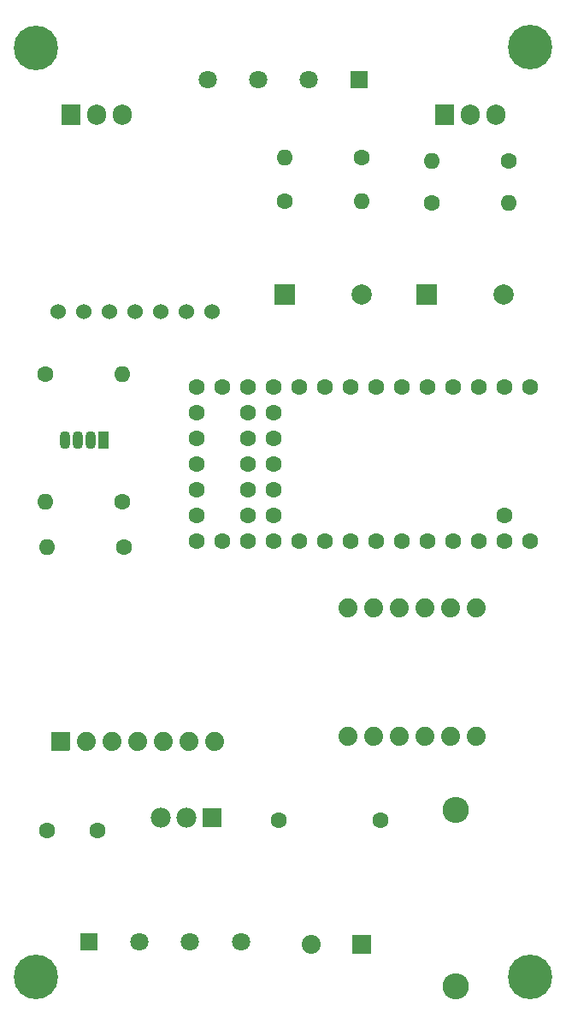
<source format=gbr>
%TF.GenerationSoftware,KiCad,Pcbnew,(6.0.1)*%
%TF.CreationDate,2022-04-27T15:56:50+10:00*%
%TF.ProjectId,bellerophon,62656c6c-6572-46f7-9068-6f6e2e6b6963,rev?*%
%TF.SameCoordinates,Original*%
%TF.FileFunction,Soldermask,Top*%
%TF.FilePolarity,Negative*%
%FSLAX46Y46*%
G04 Gerber Fmt 4.6, Leading zero omitted, Abs format (unit mm)*
G04 Created by KiCad (PCBNEW (6.0.1)) date 2022-04-27 15:56:50*
%MOMM*%
%LPD*%
G01*
G04 APERTURE LIST*
G04 Aperture macros list*
%AMRoundRect*
0 Rectangle with rounded corners*
0 $1 Rounding radius*
0 $2 $3 $4 $5 $6 $7 $8 $9 X,Y pos of 4 corners*
0 Add a 4 corners polygon primitive as box body*
4,1,4,$2,$3,$4,$5,$6,$7,$8,$9,$2,$3,0*
0 Add four circle primitives for the rounded corners*
1,1,$1+$1,$2,$3*
1,1,$1+$1,$4,$5*
1,1,$1+$1,$6,$7*
1,1,$1+$1,$8,$9*
0 Add four rect primitives between the rounded corners*
20,1,$1+$1,$2,$3,$4,$5,0*
20,1,$1+$1,$4,$5,$6,$7,0*
20,1,$1+$1,$6,$7,$8,$9,0*
20,1,$1+$1,$8,$9,$2,$3,0*%
G04 Aperture macros list end*
%ADD10R,1.905000X2.000000*%
%ADD11O,1.905000X2.000000*%
%ADD12C,4.400000*%
%ADD13O,2.600000X2.600000*%
%ADD14C,1.600000*%
%ADD15O,1.600000X1.600000*%
%ADD16R,1.070000X1.800000*%
%ADD17O,1.070000X1.800000*%
%ADD18R,1.980000X1.980000*%
%ADD19C,1.980000*%
%ADD20R,1.800000X1.800000*%
%ADD21C,1.800000*%
%ADD22C,1.524000*%
%ADD23RoundRect,0.050800X0.889000X-0.889000X0.889000X0.889000X-0.889000X0.889000X-0.889000X-0.889000X0*%
%ADD24C,1.879600*%
%ADD25R,2.000000X2.000000*%
%ADD26C,2.000000*%
%ADD27R,1.875000X1.875000*%
%ADD28C,1.875000*%
G04 APERTURE END LIST*
D10*
%TO.C,Q1*%
X168460000Y-57745000D03*
D11*
X171000000Y-57745000D03*
X173540000Y-57745000D03*
%TD*%
D12*
%TO.C,H1*%
X128000000Y-143000000D03*
%TD*%
D13*
%TO.C,D2*%
X169600000Y-143950000D03*
X169600000Y-126500000D03*
%TD*%
D14*
%TO.C,R6*%
X152690000Y-66300000D03*
D15*
X160310000Y-66300000D03*
%TD*%
D16*
%TO.C,D1*%
X134700000Y-89900000D03*
D17*
X133430000Y-89900000D03*
X132160000Y-89900000D03*
X130890000Y-89900000D03*
%TD*%
D14*
%TO.C,R3*%
X128990000Y-83400000D03*
D15*
X136610000Y-83400000D03*
%TD*%
D18*
%TO.C,IC1*%
X145450000Y-127230000D03*
D19*
X142900000Y-127230000D03*
X140350000Y-127230000D03*
%TD*%
D14*
%TO.C,R7*%
X160310000Y-62000000D03*
D15*
X152690000Y-62000000D03*
%TD*%
D12*
%TO.C,H4*%
X177000000Y-51021320D03*
%TD*%
D20*
%TO.C,PYRO1*%
X160000000Y-54300000D03*
D21*
X155000000Y-54300000D03*
X150000000Y-54300000D03*
X145000000Y-54300000D03*
%TD*%
D12*
%TO.C,H2*%
X177000000Y-143000000D03*
%TD*%
%TO.C,H3*%
X128000000Y-51121320D03*
%TD*%
D22*
%TO.C,U3*%
X130180000Y-77250000D03*
X132720000Y-77250000D03*
X135260000Y-77250000D03*
X137800000Y-77250000D03*
X140340000Y-77250000D03*
X142880000Y-77250000D03*
X145420000Y-77250000D03*
%TD*%
D14*
%TO.C,C1*%
X162100000Y-127500000D03*
X152100000Y-127500000D03*
%TD*%
D10*
%TO.C,Q2*%
X131500000Y-57745000D03*
D11*
X134040000Y-57745000D03*
X136580000Y-57745000D03*
%TD*%
D23*
%TO.C,IC2*%
X130480000Y-119740000D03*
D24*
X133020000Y-119740000D03*
X135560000Y-119740000D03*
X138100000Y-119740000D03*
X140640000Y-119740000D03*
X143180000Y-119740000D03*
X145720000Y-119740000D03*
%TD*%
D25*
%TO.C,BZ1*%
X152700000Y-75500000D03*
D26*
X160300000Y-75500000D03*
%TD*%
D25*
%TO.C,BZ2*%
X166700000Y-75500000D03*
D26*
X174300000Y-75500000D03*
%TD*%
D14*
%TO.C,R2*%
X136700000Y-100500000D03*
D15*
X129080000Y-100500000D03*
%TD*%
D14*
%TO.C,R1*%
X136610000Y-96000000D03*
D15*
X128990000Y-96000000D03*
%TD*%
D14*
%TO.C,R4*%
X167200000Y-66500000D03*
D15*
X174820000Y-66500000D03*
%TD*%
D20*
%TO.C,BATT1*%
X133300000Y-139500000D03*
D21*
X138300000Y-139500000D03*
X143300000Y-139500000D03*
X148300000Y-139500000D03*
%TD*%
D27*
%TO.C,SWITCH1*%
X160250000Y-139800000D03*
D28*
X155250000Y-139800000D03*
%TD*%
D14*
%TO.C,U2*%
X176975000Y-84680000D03*
X174435000Y-84680000D03*
X171895000Y-84680000D03*
X169355000Y-84680000D03*
X166815000Y-84680000D03*
X164275000Y-84680000D03*
X161735000Y-84680000D03*
X159195000Y-84680000D03*
X156655000Y-84680000D03*
X154115000Y-84680000D03*
X151575000Y-84680000D03*
X149035000Y-84680000D03*
X146495000Y-84680000D03*
X143955000Y-84680000D03*
X143955000Y-87220000D03*
X143955000Y-89760000D03*
X143955000Y-92300000D03*
X143955000Y-94840000D03*
X143955000Y-97380000D03*
X143955000Y-99920000D03*
X146495000Y-99920000D03*
X149035000Y-99920000D03*
X151575000Y-99920000D03*
X154115000Y-99920000D03*
X156655000Y-99920000D03*
X159195000Y-99920000D03*
X161735000Y-99920000D03*
X164275000Y-99920000D03*
X166815000Y-99920000D03*
X169355000Y-99920000D03*
X171895000Y-99920000D03*
X174435000Y-99920000D03*
X176975000Y-99920000D03*
X174435000Y-97380000D03*
X149035000Y-97380000D03*
X151575000Y-97380000D03*
X149035000Y-94840000D03*
X151575000Y-94840000D03*
X149035000Y-92300000D03*
X151575000Y-92300000D03*
X149035000Y-89760000D03*
X151575000Y-89760000D03*
X149035000Y-87220000D03*
X151575000Y-87220000D03*
%TD*%
%TO.C,R5*%
X174800000Y-62300000D03*
D15*
X167180000Y-62300000D03*
%TD*%
D14*
%TO.C,C2*%
X134100000Y-128500000D03*
X129100000Y-128500000D03*
%TD*%
D24*
%TO.C,U1*%
X171664988Y-106494475D03*
X169124988Y-106494475D03*
X166584988Y-106494475D03*
X164044988Y-106494475D03*
X161504988Y-106494475D03*
X158964988Y-106494475D03*
X171664988Y-119194475D03*
X169124988Y-119194475D03*
X166584988Y-119194475D03*
X164044988Y-119194475D03*
X161504988Y-119194475D03*
X158964988Y-119194475D03*
%TD*%
M02*

</source>
